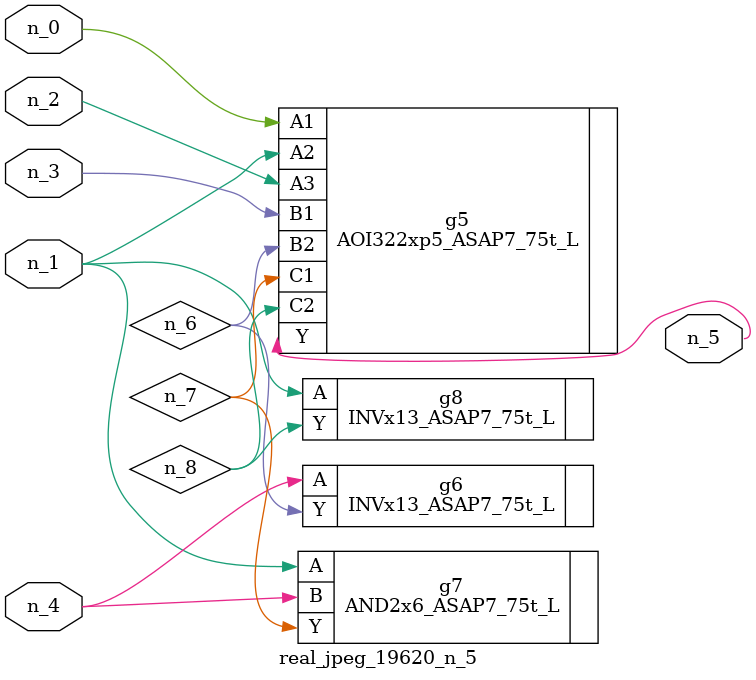
<source format=v>
module real_jpeg_19620_n_5 (n_4, n_0, n_1, n_2, n_3, n_5);

input n_4;
input n_0;
input n_1;
input n_2;
input n_3;

output n_5;

wire n_8;
wire n_6;
wire n_7;

AOI322xp5_ASAP7_75t_L g5 ( 
.A1(n_0),
.A2(n_1),
.A3(n_2),
.B1(n_3),
.B2(n_6),
.C1(n_7),
.C2(n_8),
.Y(n_5)
);

AND2x6_ASAP7_75t_L g7 ( 
.A(n_1),
.B(n_4),
.Y(n_7)
);

INVx13_ASAP7_75t_L g8 ( 
.A(n_1),
.Y(n_8)
);

INVx13_ASAP7_75t_L g6 ( 
.A(n_4),
.Y(n_6)
);


endmodule
</source>
